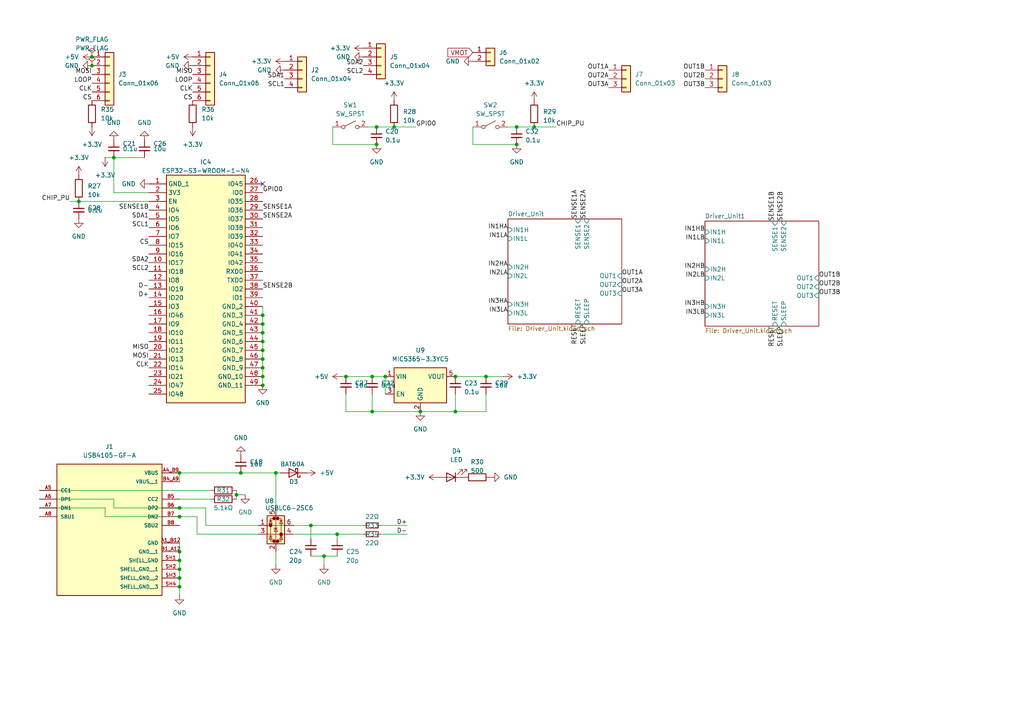
<source format=kicad_sch>
(kicad_sch (version 20250114) (generator "eeschema") (generator_version "9.0")
  (paper "A4")
  (lib_symbols
    (symbol "+3.3V_1" (power) (pin_numbers (hide yes)) (pin_names (offset 0) (hide yes))
      (property "Value" "+3.3V" (at 0 3.556 0))
      (symbol "+3.3V_1_0_1"
        (polyline (pts (xy -0.762 1.27) (xy 0 2.54)))
        (polyline (pts (xy 0 2.54) (xy 0.762 1.27)))
        (polyline (pts (xy 0 0) (xy 0 2.54)))
      )
      (symbol "+3.3V_1_1_1"
        (pin power_in line (at 0 0 90) (length 0) (name "~") (number "1"))
      )
    )
    (symbol "Connector_Generic:Conn_01x02" (pin_names (offset 1.016) (hide yes))
      (property "Reference" "J" (at 0 2.54 0))
      (property "Value" "Conn_01x02" (at 0 -5.08 0))
      (symbol "Conn_01x02_1_1"
        (rectangle (start -1.27 1.27) (end 1.27 -3.81) (stroke (width 0.254)) (fill (type background)))
        (rectangle (start -1.27 0.127) (end 0 -0.127) (stroke (width 0.1524)))
        (rectangle (start -1.27 -2.413) (end 0 -2.667) (stroke (width 0.1524)))
        (pin passive line (at -5.08 0 0) (length 3.81) (name "Pin_1") (number "1"))
        (pin passive line (at -5.08 -2.54 0) (length 3.81) (name "Pin_2") (number "2"))
      )
    )
    (symbol "Connector_Generic:Conn_01x03" (pin_names (offset 1.016) (hide yes))
      (property "Reference" "J" (at 0 5.08 0))
      (property "Value" "Conn_01x03" (at 0 -5.08 0))
      (symbol "Conn_01x03_1_1"
        (rectangle (start -1.27 3.81) (end 1.27 -3.81) (stroke (width 0.254)) (fill (type background)))
        (rectangle (start -1.27 2.667) (end 0 2.413) (stroke (width 0.1524)))
        (rectangle (start -1.27 0.127) (end 0 -0.127) (stroke (width 0.1524)))
        (rectangle (start -1.27 -2.413) (end 0 -2.667) (stroke (width 0.1524)))
        (pin passive line (at -5.08 2.54 0) (length 3.81) (name "Pin_1") (number "1"))
        (pin passive line (at -5.08 0 0) (length 3.81) (name "Pin_2") (number "2"))
        (pin passive line (at -5.08 -2.54 0) (length 3.81) (name "Pin_3") (number "3"))
      )
    )
    (symbol "Connector_Generic:Conn_01x04" (pin_names (offset 1.016) (hide yes))
      (property "Reference" "J" (at 0 5.08 0))
      (property "Value" "Conn_01x04" (at 0 -7.62 0))
      (symbol "Conn_01x04_1_1"
        (rectangle (start -1.27 3.81) (end 1.27 -6.35) (stroke (width 0.254)) (fill (type background)))
        (rectangle (start -1.27 2.667) (end 0 2.413) (stroke (width 0.1524)))
        (rectangle (start -1.27 0.127) (end 0 -0.127) (stroke (width 0.1524)))
        (rectangle (start -1.27 -2.413) (end 0 -2.667) (stroke (width 0.1524)))
        (rectangle (start -1.27 -4.953) (end 0 -5.207) (stroke (width 0.1524)))
        (pin passive line (at -5.08 2.54 0) (length 3.81) (name "Pin_1") (number "1"))
        (pin passive line (at -5.08 0 0) (length 3.81) (name "Pin_2") (number "2"))
        (pin passive line (at -5.08 -2.54 0) (length 3.81) (name "Pin_3") (number "3"))
        (pin passive line (at -5.08 -5.08 0) (length 3.81) (name "Pin_4") (number "4"))
      )
    )
    (symbol "Connector_Generic:Conn_01x06" (pin_names (offset 1.016) (hide yes))
      (property "Reference" "J" (at 0 7.62 0))
      (property "Value" "Conn_01x06" (at 0 -10.16 0))
      (symbol "Conn_01x06_1_1"
        (rectangle (start -1.27 6.35) (end 1.27 -8.89) (stroke (width 0.254)) (fill (type background)))
        (rectangle (start -1.27 5.207) (end 0 4.953) (stroke (width 0.1524)))
        (rectangle (start -1.27 2.667) (end 0 2.413) (stroke (width 0.1524)))
        (rectangle (start -1.27 0.127) (end 0 -0.127) (stroke (width 0.1524)))
        (rectangle (start -1.27 -2.413) (end 0 -2.667) (stroke (width 0.1524)))
        (rectangle (start -1.27 -4.953) (end 0 -5.207) (stroke (width 0.1524)))
        (rectangle (start -1.27 -7.493) (end 0 -7.747) (stroke (width 0.1524)))
        (pin passive line (at -5.08 5.08 0) (length 3.81) (name "Pin_1") (number "1"))
        (pin passive line (at -5.08 2.54 0) (length 3.81) (name "Pin_2") (number "2"))
        (pin passive line (at -5.08 0 0) (length 3.81) (name "Pin_3") (number "3"))
        (pin passive line (at -5.08 -2.54 0) (length 3.81) (name "Pin_4") (number "4"))
        (pin passive line (at -5.08 -5.08 0) (length 3.81) (name "Pin_5") (number "5"))
        (pin passive line (at -5.08 -7.62 0) (length 3.81) (name "Pin_6") (number "6"))
      )
    )
    (symbol "Device:C_Small" (pin_numbers (hide yes)) (pin_names (offset 0.254) (hide yes))
      (property "Reference" "C" (at 0.254 1.778 0))
      (property "Value" "C_Small" (at 0.254 -2.032 0))
      (symbol "C_Small_0_1"
        (polyline (pts (xy -1.524 0.508) (xy 1.524 0.508)) (stroke (width 0.3048)))
        (polyline (pts (xy -1.524 -0.508) (xy 1.524 -0.508)) (stroke (width 0.3302)))
      )
      (symbol "C_Small_1_1"
        (pin passive line (at 0 2.54 270) (length 2.032) (name "~") (number "1"))
        (pin passive line (at 0 -2.54 90) (length 2.032) (name "~") (number "2"))
      )
    )
    (symbol "Device:LED" (pin_numbers (hide yes)) (pin_names (offset 1.016) (hide yes))
      (property "Reference" "D" (at 0 2.54 0))
      (property "Value" "LED" (at 0 -2.54 0))
      (symbol "LED_0_1"
        (polyline (pts (xy -3.048 -0.762) (xy -4.572 -2.286) (xy -3.81 -2.286) (xy -4.572 -2.286) (xy -4.572 -1.524)))
        (polyline (pts (xy -1.778 -0.762) (xy -3.302 -2.286) (xy -2.54 -2.286) (xy -3.302 -2.286) (xy -3.302 -1.524)))
        (polyline (pts (xy -1.27 0) (xy 1.27 0)))
        (polyline (pts (xy -1.27 -1.27) (xy -1.27 1.27)) (stroke (width 0.254)))
        (polyline (pts (xy 1.27 -1.27) (xy 1.27 1.27) (xy -1.27 0) (xy 1.27 -1.27)) (stroke (width 0.254)))
      )
      (symbol "LED_1_1"
        (pin passive line (at -3.81 0 0) (length 2.54) (name "K") (number "1"))
        (pin passive line (at 3.81 0 180) (length 2.54) (name "A") (number "2"))
      )
    )
    (symbol "Device:R" (pin_numbers (hide yes)) (pin_names (offset 0))
      (property "Reference" "R" (at 2.032 0 90))
      (property "Value" "R" (at 0 0 90))
      (symbol "R_0_1"
        (rectangle (start -1.016 -2.54) (end 1.016 2.54) (stroke (width 0.254)))
      )
      (symbol "R_1_1"
        (pin passive line (at 0 3.81 270) (length 1.27) (name "~") (number "1"))
        (pin passive line (at 0 -3.81 90) (length 1.27) (name "~") (number "2"))
      )
    )
    (symbol "Device:R_Small" (pin_numbers (hide yes)) (pin_names (offset 0.254) (hide yes))
      (property "Reference" "R" (at 0 0 90))
      (property "Value" "R_Small" (at 1.778 0 90))
      (symbol "R_Small_0_1"
        (rectangle (start -0.762 1.778) (end 0.762 -1.778) (stroke (width 0.2032)))
      )
      (symbol "R_Small_1_1"
        (pin passive line (at 0 2.54 270) (length 0.762) (name "~") (number "1"))
        (pin passive line (at 0 -2.54 90) (length 0.762) (name "~") (number "2"))
      )
    )
    (symbol "Diode:BAT60A" (pin_numbers (hide yes)) (pin_names (offset 1.016) (hide yes))
      (property "Reference" "D" (at 0 2.54 0))
      (property "Value" "BAT60A" (at 0 -2.54 0))
      (symbol "BAT60A_0_1"
        (polyline (pts (xy -1.905 0.635) (xy -1.905 1.27) (xy -1.27 1.27) (xy -1.27 -1.27) (xy -0.635 -1.27) (xy -0.635 -0.635)) (stroke (width 0.254)))
        (polyline (pts (xy 1.27 1.27) (xy 1.27 -1.27) (xy -1.27 0) (xy 1.27 1.27)) (stroke (width 0.254)))
        (polyline (pts (xy 1.27 0) (xy -1.27 0)))
      )
      (symbol "BAT60A_1_1"
        (pin passive line (at -3.81 0 0) (length 2.54) (name "K") (number "1"))
        (pin passive line (at 3.81 0 180) (length 2.54) (name "A") (number "2"))
      )
    )
    (symbol "ESP32-S3-WROOM-1-N4:ESP32-S3-WROOM-1-N4"
      (property "Reference" "IC" (at 29.21 7.62 0))
      (property "Value" "ESP32-S3-WROOM-1-N4" (at 29.21 5.08 0))
      (symbol "ESP32-S3-WROOM-1-N4_1_1"
        (rectangle (start 5.08 2.54) (end 27.94 -63.5) (stroke (width 0.254)) (fill (type background)))
        (pin passive line (at 0 0 0) (length 5.08) (name "GND_1") (number "1"))
        (pin passive line (at 0 -2.54 0) (length 5.08) (name "3V3") (number "2"))
        (pin passive line (at 0 -5.08 0) (length 5.08) (name "EN") (number "3"))
        (pin passive line (at 0 -7.62 0) (length 5.08) (name "IO4") (number "4"))
        (pin passive line (at 0 -10.16 0) (length 5.08) (name "IO5") (number "5"))
        (pin passive line (at 0 -12.7 0) (length 5.08) (name "IO6") (number "6"))
        (pin passive line (at 0 -15.24 0) (length 5.08) (name "IO7") (number "7"))
        (pin passive line (at 0 -17.78 0) (length 5.08) (name "IO15") (number "8"))
        (pin passive line (at 0 -20.32 0) (length 5.08) (name "IO16") (number "9"))
        (pin passive line (at 0 -22.86 0) (length 5.08) (name "IO17") (number "10"))
        (pin passive line (at 0 -25.4 0) (length 5.08) (name "IO18") (number "11"))
        (pin passive line (at 0 -27.94 0) (length 5.08) (name "IO8") (number "12"))
        (pin passive line (at 0 -30.48 0) (length 5.08) (name "IO19") (number "13"))
        (pin passive line (at 0 -33.02 0) (length 5.08) (name "IO20") (number "14"))
        (pin passive line (at 0 -35.56 0) (length 5.08) (name "IO3") (number "15"))
        (pin passive line (at 0 -38.1 0) (length 5.08) (name "IO46") (number "16"))
        (pin passive line (at 0 -40.64 0) (length 5.08) (name "IO9") (number "17"))
        (pin passive line (at 0 -43.18 0) (length 5.08) (name "IO10") (number "18"))
        (pin passive line (at 0 -45.72 0) (length 5.08) (name "IO11") (number "19"))
        (pin passive line (at 0 -48.26 0) (length 5.08) (name "IO12") (number "20"))
        (pin passive line (at 0 -50.8 0) (length 5.08) (name "IO13") (number "21"))
        (pin passive line (at 0 -53.34 0) (length 5.08) (name "IO14") (number "22"))
        (pin passive line (at 0 -55.88 0) (length 5.08) (name "IO21") (number "23"))
        (pin passive line (at 0 -58.42 0) (length 5.08) (name "IO47") (number "24"))
        (pin passive line (at 0 -60.96 0) (length 5.08) (name "IO48") (number "25"))
        (pin passive line (at 33.02 0 180) (length 5.08) (name "IO45") (number "26"))
        (pin passive line (at 33.02 -2.54 180) (length 5.08) (name "IO0") (number "27"))
        (pin passive line (at 33.02 -5.08 180) (length 5.08) (name "IO35") (number "28"))
        (pin passive line (at 33.02 -7.62 180) (length 5.08) (name "IO36") (number "29"))
        (pin passive line (at 33.02 -10.16 180) (length 5.08) (name "IO37") (number "30"))
        (pin passive line (at 33.02 -12.7 180) (length 5.08) (name "IO38") (number "31"))
        (pin passive line (at 33.02 -15.24 180) (length 5.08) (name "IO39") (number "32"))
        (pin passive line (at 33.02 -17.78 180) (length 5.08) (name "IO40") (number "33"))
        (pin passive line (at 33.02 -20.32 180) (length 5.08) (name "IO41") (number "34"))
        (pin passive line (at 33.02 -22.86 180) (length 5.08) (name "IO42") (number "35"))
        (pin passive line (at 33.02 -25.4 180) (length 5.08) (name "RXD0") (number "36"))
        (pin passive line (at 33.02 -27.94 180) (length 5.08) (name "TXD0") (number "37"))
        (pin passive line (at 33.02 -30.48 180) (length 5.08) (name "IO2") (number "38"))
        (pin passive line (at 33.02 -33.02 180) (length 5.08) (name "IO1") (number "39"))
        (pin passive line (at 33.02 -35.56 180) (length 5.08) (name "GND_2") (number "40"))
        (pin passive line (at 33.02 -38.1 180) (length 5.08) (name "GND_3") (number "41"))
        (pin passive line (at 33.02 -40.64 180) (length 5.08) (name "GND_4") (number "42"))
        (pin passive line (at 33.02 -43.18 180) (length 5.08) (name "GND_5") (number "43"))
        (pin passive line (at 33.02 -45.72 180) (length 5.08) (name "GND_6") (number "44"))
        (pin passive line (at 33.02 -48.26 180) (length 5.08) (name "GND_7") (number "45"))
        (pin passive line (at 33.02 -50.8 180) (length 5.08) (name "GND_8") (number "46"))
        (pin passive line (at 33.02 -53.34 180) (length 5.08) (name "GND_9") (number "47"))
        (pin passive line (at 33.02 -55.88 180) (length 5.08) (name "GND_10") (number "48"))
        (pin passive line (at 33.02 -58.42 180) (length 5.08) (name "GND_11") (number "49"))
      )
    )
    (symbol "GND_1" (power) (pin_numbers (hide yes)) (pin_names (offset 0) (hide yes))
      (property "Value" "GND" (at 0 -3.81 0))
      (symbol "GND_1_0_1"
        (polyline (pts (xy 0 0) (xy 0 -1.27) (xy 1.27 -1.27) (xy 0 -2.54) (xy -1.27 -1.27) (xy 0 -1.27)))
      )
      (symbol "GND_1_1_1"
        (pin power_in line (at 0 0 270) (length 0) (name "~") (number "1"))
      )
    )
    (symbol "GND_2" (power) (pin_numbers (hide yes)) (pin_names (offset 0) (hide yes))
      (property "Value" "GND" (at 0 -3.81 0))
      (symbol "GND_2_0_1"
        (polyline (pts (xy 0 0) (xy 0 -1.27) (xy 1.27 -1.27) (xy 0 -2.54) (xy -1.27 -1.27) (xy 0 -1.27)))
      )
      (symbol "GND_2_1_1"
        (pin power_in line (at 0 0 270) (length 0) (name "~") (number "1"))
      )
    )
    (symbol "GND_3" (power) (pin_numbers (hide yes)) (pin_names (offset 0) (hide yes))
      (property "Value" "GND" (at 0 -3.81 0))
      (symbol "GND_3_0_1"
        (polyline (pts (xy 0 0) (xy 0 -1.27) (xy 1.27 -1.27) (xy 0 -2.54) (xy -1.27 -1.27) (xy 0 -1.27)))
      )
      (symbol "GND_3_1_1"
        (pin power_in line (at 0 0 270) (length 0) (name "~") (number "1"))
      )
    )
    (symbol "GND_4" (power) (pin_numbers (hide yes)) (pin_names (offset 0) (hide yes))
      (property "Value" "GND" (at 0 -3.81 0))
      (symbol "GND_4_0_1"
        (polyline (pts (xy 0 0) (xy 0 -1.27) (xy 1.27 -1.27) (xy 0 -2.54) (xy -1.27 -1.27) (xy 0 -1.27)))
      )
      (symbol "GND_4_1_1"
        (pin power_in line (at 0 0 270) (length 0) (name "~") (number "1"))
      )
    )
    (symbol "MIC5365-3.3YC5_1"
      (property "Reference" "U" (at -6.35 6.35 0))
      (property "Value" "MIC5365-3.3YC5" (at 0 6.35 0))
      (symbol "MIC5365-3.3YC5_1_0_1"
        (rectangle (start -7.62 -5.08) (end 7.62 5.08) (stroke (width 0.254)) (fill (type background)))
      )
      (symbol "MIC5365-3.3YC5_1_1_1"
        (pin power_in line (at -10.16 2.54 0) (length 2.54) (name "VIN") (number "1"))
        (pin input line (at -10.16 -2.54 0) (length 2.54) (name "EN") (number "3"))
        (pin power_in line (at 0 -7.62 90) (length 2.54) (name "GND") (number "2"))
        (pin no_connect line (at 7.62 -2.54 180) (length 2.54) (hide yes) (name "NC") (number "4"))
        (pin power_out line (at 10.16 2.54 180) (length 2.54) (name "VOUT") (number "5"))
      )
    )
    (symbol "Power_Protection:USBLC6-2SC6" (pin_names (hide yes))
      (property "Reference" "U" (at 0.635 5.715 0))
      (property "Value" "USBLC6-2SC6" (at 0.635 3.81 0))
      (symbol "USBLC6-2SC6_0_0"
        (circle (center -1.524 0) (radius 0.0001) (stroke (width 0.508)))
        (circle (center -0.508 2.032) (radius 0.0001) (stroke (width 0.508)))
        (circle (center -0.508 -4.572) (radius 0.0001) (stroke (width 0.508)))
        (circle (center 0.508 2.032) (radius 0.0001) (stroke (width 0.508)))
        (circle (center 0.508 -4.572) (radius 0.0001) (stroke (width 0.508)))
        (circle (center 1.524 -2.54) (radius 0.0001) (stroke (width 0.508)))
      )
      (symbol "USBLC6-2SC6_0_1"
        (polyline (pts (xy -2.54 0) (xy 2.54 0)))
        (polyline (pts (xy -2.54 -2.54) (xy 2.54 -2.54)))
        (polyline (pts (xy -2.032 0.508) (xy -1.016 0.508) (xy -1.524 1.524) (xy -2.032 0.508)))
        (polyline (pts (xy -2.032 -3.048) (xy -1.016 -3.048)))
        (polyline (pts (xy -1.016 1.524) (xy -2.032 1.524)))
        (polyline (pts (xy -1.016 -4.064) (xy -2.032 -4.064) (xy -1.524 -3.048) (xy -1.016 -4.064)))
        (polyline (pts (xy -0.508 -1.143) (xy -0.508 -0.762) (xy 0.508 -0.762)))
        (polyline (pts (xy 0 2.54) (xy -0.508 2.032) (xy 0.508 2.032) (xy 0 1.524) (xy 0 -4.064) (xy -0.508 -4.572) (xy 0.508 -4.572) (xy 0 -5.08)))
        (polyline (pts (xy 0.508 -1.778) (xy -0.508 -1.778) (xy 0 -0.762) (xy 0.508 -1.778)))
        (polyline (pts (xy 1.016 1.524) (xy 2.032 1.524)))
        (polyline (pts (xy 1.016 -3.048) (xy 2.032 -3.048)))
        (polyline (pts (xy 2.032 0.508) (xy 1.016 0.508) (xy 1.524 1.524) (xy 2.032 0.508)))
        (polyline (pts (xy 2.032 -4.064) (xy 1.016 -4.064) (xy 1.524 -3.048) (xy 2.032 -4.064)))
      )
      (symbol "USBLC6-2SC6_1_1"
        (rectangle (start -2.54 2.794) (end 2.54 -5.334) (stroke (width 0.254)) (fill (type background)))
        (polyline (pts (xy -0.508 2.032) (xy -1.524 2.032) (xy -1.524 -4.572) (xy -0.508 -4.572)))
        (polyline (pts (xy 0.508 -4.572) (xy 1.524 -4.572) (xy 1.524 2.032) (xy 0.508 2.032)))
        (pin passive line (at -5.08 0 0) (length 2.54) (name "I/O1") (number "1"))
        (pin passive line (at -5.08 -2.54 0) (length 2.54) (name "I/O2") (number "3"))
        (pin passive line (at 0 5.08 270) (length 2.54) (name "VBUS") (number "5"))
        (pin passive line (at 0 -7.62 90) (length 2.54) (name "GND") (number "2"))
        (pin passive line (at 5.08 0 180) (length 2.54) (name "I/O1") (number "6"))
        (pin passive line (at 5.08 -2.54 180) (length 2.54) (name "I/O2") (number "4"))
      )
    )
    (symbol "Switch:SW_SPST" (pin_names (offset 0) (hide yes))
      (property "Reference" "SW" (at 0 3.175 0))
      (property "Value" "SW_SPST" (at 0 -2.54 0))
      (symbol "SW_SPST_0_0"
        (circle (center -2.032 0) (radius 0.508))
        (polyline (pts (xy -1.524 0.254) (xy 1.524 1.778)))
        (circle (center 2.032 0) (radius 0.508))
      )
      (symbol "SW_SPST_1_1"
        (pin passive line (at -5.08 0 0) (length 2.54) (name "A") (number "1"))
        (pin passive line (at 5.08 0 180) (length 2.54) (name "B") (number "2"))
      )
    )
    (symbol "USB4105-GF-A:USB4105-GF-A" (pin_names (offset 1.016))
      (property "Reference" "J" (at -15.24 13.97 0))
      (property "Value" "USB4105-GF-A" (at -15.24 -27.94 0))
      (symbol "USB4105-GF-A_0_0"
        (rectangle (start -15.24 -25.4) (end 15.24 12.7) (stroke (width 0.254)) (fill (type background)))
        (pin bidirectional line (at -20.32 5.08 0) (length 5.08) (name "CC1") (number "A5"))
        (pin bidirectional line (at -20.32 2.54 0) (length 5.08) (name "DP1") (number "A6"))
        (pin bidirectional line (at -20.32 0 0) (length 5.08) (name "DN1") (number "A7"))
        (pin bidirectional line (at -20.32 -2.54 0) (length 5.08) (name "SBU1") (number "A8"))
        (pin power_in line (at 20.32 10.16 180) (length 5.08) (name "VBUS") (number "A4_B9"))
        (pin power_in line (at 20.32 7.62 180) (length 5.08) (name "VBUS__1") (number "B4_A9"))
        (pin bidirectional line (at 20.32 2.54 180) (length 5.08) (name "CC2") (number "B5"))
        (pin bidirectional line (at 20.32 0 180) (length 5.08) (name "DP2") (number "B6"))
        (pin bidirectional line (at 20.32 -2.54 180) (length 5.08) (name "DN2") (number "B7"))
        (pin bidirectional line (at 20.32 -5.08 180) (length 5.08) (name "SBU2") (number "B8"))
        (pin power_in line (at 20.32 -10.16 180) (length 5.08) (name "GND") (number "A1_B12"))
        (pin power_in line (at 20.32 -12.7 180) (length 5.08) (name "GND__1") (number "B1_A12"))
        (pin power_in line (at 20.32 -15.24 180) (length 5.08) (name "SHELL_GND") (number "SH1"))
        (pin power_in line (at 20.32 -17.78 180) (length 5.08) (name "SHELL_GND__1") (number "SH2"))
        (pin power_in line (at 20.32 -20.32 180) (length 5.08) (name "SHELL_GND__2") (number "SH3"))
        (pin power_in line (at 20.32 -22.86 180) (length 5.08) (name "SHELL_GND__3") (number "SH4"))
      )
    )
    (symbol "power:+3.3V" (power) (pin_numbers (hide yes)) (pin_names (offset 0) (hide yes))
      (property "Value" "+3.3V" (at 0 3.556 0))
      (symbol "+3.3V_0_1"
        (polyline (pts (xy -0.762 1.27) (xy 0 2.54)))
        (polyline (pts (xy 0 2.54) (xy 0.762 1.27)))
        (polyline (pts (xy 0 0) (xy 0 2.54)))
      )
      (symbol "+3.3V_1_1"
        (pin power_in line (at 0 0 90) (length 0) (name "~") (number "1"))
      )
    )
    (symbol "power:+5V" (power) (pin_numbers (hide yes)) (pin_names (offset 0) (hide yes))
      (property "Value" "+5V" (at 0 3.556 0))
      (symbol "+5V_0_1"
        (polyline (pts (xy -0.762 1.27) (xy 0 2.54)))
        (polyline (pts (xy 0 2.54) (xy 0.762 1.27)))
        (polyline (pts (xy 0 0) (xy 0 2.54)))
      )
      (symbol "+5V_1_1"
        (pin power_in line (at 0 0 90) (length 0) (name "~") (number "1"))
      )
    )
    (symbol "power:GND" (power) (pin_numbers (hide yes)) (pin_names (offset 0) (hide yes))
      (property "Value" "GND" (at 0 -3.81 0))
      (symbol "GND_0_1"
        (polyline (pts (xy 0 0) (xy 0 -1.27) (xy 1.27 -1.27) (xy 0 -2.54) (xy -1.27 -1.27) (xy 0 -1.27)))
      )
      (symbol "GND_1_1"
        (pin power_in line (at 0 0 270) (length 0) (name "~") (number "1"))
      )
    )
    (symbol "power:PWR_FLAG" (power) (pin_numbers (hide yes)) (pin_names (offset 0) (hide yes))
      (property "Value" "PWR_FLAG" (at 0 3.81 0))
      (symbol "PWR_FLAG_0_0"
        (pin power_out line (at 0 0 90) (length 0) (name "~") (number "1"))
      )
      (symbol "PWR_FLAG_0_1"
        (polyline (pts (xy 0 0) (xy 0 1.27) (xy -1.016 1.905) (xy 0 2.54) (xy 1.016 1.905) (xy 0 1.27)))
      )
    )
  )
  (junction (at 107.95 109.22))
  (junction (at 132.08 109.22))
  (junction (at 114.3 36.83))
  (junction (at 52.07 167.64))
  (junction (at 22.86 58.42))
  (junction (at 80.01 137.16))
  (junction (at 97.79 154.94))
  (junction (at 69.85 137.16))
  (junction (at 68.58 143.51))
  (junction (at 52.07 170.18))
  (junction (at 26.67 19.05))
  (junction (at 90.17 152.4))
  (junction (at 33.02 45.72))
  (junction (at 76.2 101.6))
  (junction (at 52.07 137.16))
  (junction (at 140.97 109.22))
  (junction (at 109.22 41.91))
  (junction (at 76.2 106.68))
  (junction (at 76.2 99.06))
  (junction (at 76.2 93.98))
  (junction (at 76.2 109.22))
  (junction (at 107.95 119.38))
  (junction (at 52.07 147.32))
  (junction (at 111.76 109.22))
  (junction (at 52.07 160.02))
  (junction (at 76.2 91.44))
  (junction (at 52.07 165.1))
  (junction (at 93.98 161.29))
  (junction (at 52.07 162.56))
  (junction (at 26.67 16.51))
  (junction (at 121.92 119.38))
  (junction (at 132.08 119.38))
  (junction (at 109.22 36.83))
  (junction (at 52.07 149.86))
  (junction (at 149.86 36.83))
  (junction (at 100.33 109.22))
  (junction (at 76.2 104.14))
  (junction (at 154.94 36.83))
  (junction (at 149.86 41.91))
  (junction (at 76.2 96.52))
  (junction (at 76.2 111.76))
  (no_connect (at 76.2 53.34))
  (wire (pts (xy 11.43 142.24) (xy 60.96 142.24)))
  (wire (pts (xy 106.68 36.83) (xy 109.22 36.83)))
  (wire (pts (xy 76.2 109.22) (xy 76.2 111.76)))
  (wire (pts (xy 76.2 96.52) (xy 76.2 99.06)))
  (wire (pts (xy 96.52 41.91) (xy 109.22 41.91)))
  (wire (pts (xy 33.02 144.78) (xy 33.02 147.32)))
  (wire (pts (xy 76.2 104.14) (xy 76.2 106.68)))
  (wire (pts (xy 69.85 137.16) (xy 80.01 137.16)))
  (wire (pts (xy 107.95 114.3) (xy 107.95 119.38)))
  (wire (pts (xy 97.79 154.94) (xy 105.41 154.94)))
  (wire (pts (xy 68.58 143.51) (xy 71.12 143.51)))
  (wire (pts (xy 52.07 137.16) (xy 69.85 137.16)))
  (wire (pts (xy 22.86 58.42) (xy 43.18 58.42)))
  (wire (pts (xy 85.09 152.4) (xy 90.17 152.4)))
  (wire (pts (xy 11.43 147.32) (xy 30.48 147.32)))
  (wire (pts (xy 90.17 152.4) (xy 105.41 152.4)))
  (wire (pts (xy 137.16 36.83) (xy 137.16 41.91)))
  (wire (pts (xy 76.2 99.06) (xy 76.2 101.6)))
  (wire (pts (xy 59.69 152.4) (xy 74.93 152.4)))
  (wire (pts (xy 80.01 137.16) (xy 80.01 147.32)))
  (wire (pts (xy 90.17 152.4) (xy 90.17 156.21)))
  (wire (pts (xy 132.08 109.22) (xy 140.97 109.22)))
  (wire (pts (xy 100.33 114.3) (xy 100.33 119.38)))
  (wire (pts (xy 100.33 119.38) (xy 107.95 119.38)))
  (wire (pts (xy 80.01 163.83) (xy 80.01 160.02)))
  (wire (pts (xy 140.97 109.22) (xy 146.05 109.22)))
  (wire (pts (xy 52.07 147.32) (xy 59.69 147.32)))
  (wire (pts (xy 76.2 101.6) (xy 76.2 104.14)))
  (wire (pts (xy 59.69 152.4) (xy 59.69 147.32)))
  (wire (pts (xy 149.86 36.83) (xy 154.94 36.83)))
  (wire (pts (xy 52.07 144.78) (xy 60.96 144.78)))
  (wire (pts (xy 68.58 143.51) (xy 68.58 144.78)))
  (wire (pts (xy 107.95 119.38) (xy 121.92 119.38)))
  (wire (pts (xy 97.79 154.94) (xy 97.79 156.21)))
  (wire (pts (xy 52.07 167.64) (xy 52.07 170.18)))
  (wire (pts (xy 20.32 58.42) (xy 22.86 58.42)))
  (wire (pts (xy 52.07 170.18) (xy 52.07 172.72)))
  (wire (pts (xy 80.01 137.16) (xy 81.28 137.16)))
  (wire (pts (xy 52.07 149.86) (xy 57.15 149.86)))
  (wire (pts (xy 137.16 41.91) (xy 149.86 41.91)))
  (wire (pts (xy 100.33 109.22) (xy 107.95 109.22)))
  (wire (pts (xy 52.07 165.1) (xy 52.07 167.64)))
  (wire (pts (xy 52.07 157.48) (xy 52.07 160.02)))
  (wire (pts (xy 30.48 45.72) (xy 33.02 45.72)))
  (wire (pts (xy 33.02 147.32) (xy 52.07 147.32)))
  (wire (pts (xy 30.48 149.86) (xy 52.07 149.86)))
  (wire (pts (xy 68.58 142.24) (xy 68.58 143.51)))
  (wire (pts (xy 33.02 55.88) (xy 43.18 55.88)))
  (wire (pts (xy 33.02 45.72) (xy 41.91 45.72)))
  (wire (pts (xy 57.15 154.94) (xy 74.93 154.94)))
  (wire (pts (xy 30.48 147.32) (xy 30.48 149.86)))
  (wire (pts (xy 11.43 144.78) (xy 33.02 144.78)))
  (wire (pts (xy 76.2 88.9) (xy 76.2 91.44)))
  (wire (pts (xy 76.2 93.98) (xy 76.2 96.52)))
  (wire (pts (xy 121.92 119.38) (xy 132.08 119.38)))
  (wire (pts (xy 57.15 154.94) (xy 57.15 149.86)))
  (wire (pts (xy 52.07 162.56) (xy 52.07 165.1)))
  (wire (pts (xy 85.09 154.94) (xy 97.79 154.94)))
  (wire (pts (xy 109.22 36.83) (xy 114.3 36.83)))
  (wire (pts (xy 99.06 109.22) (xy 100.33 109.22)))
  (wire (pts (xy 90.17 161.29) (xy 93.98 161.29)))
  (wire (pts (xy 52.07 160.02) (xy 52.07 162.56)))
  (wire (pts (xy 132.08 114.3) (xy 132.08 119.38)))
  (wire (pts (xy 110.49 154.94) (xy 118.11 154.94)))
  (wire (pts (xy 140.97 114.3) (xy 140.97 119.38)))
  (wire (pts (xy 110.49 152.4) (xy 118.11 152.4)))
  (wire (pts (xy 76.2 91.44) (xy 76.2 93.98)))
  (wire (pts (xy 107.95 109.22) (xy 111.76 109.22)))
  (wire (pts (xy 93.98 161.29) (xy 97.79 161.29)))
  (wire (pts (xy 93.98 161.29) (xy 93.98 163.83)))
  (wire (pts (xy 147.32 36.83) (xy 149.86 36.83)))
  (wire (pts (xy 132.08 119.38) (xy 140.97 119.38)))
  (wire (pts (xy 114.3 36.83) (xy 120.65 36.83)))
  (wire (pts (xy 33.02 45.72) (xy 33.02 55.88)))
  (wire (pts (xy 154.94 36.83) (xy 161.29 36.83)))
  (wire (pts (xy 52.07 137.16) (xy 52.07 139.7)))
  (wire (pts (xy 96.52 36.83) (xy 96.52 41.91)))
  (wire (pts (xy 111.76 109.22) (xy 111.76 114.3)))
  (wire (pts (xy 76.2 106.68) (xy 76.2 109.22)))
  (label "CS" (at 43.18 71.12 180))
  (label "CHIP_PU" (at 20.32 58.42 180))
  (label "CLK" (at 55.88 26.67 180))
  (label "SDA1" (at 43.18 63.5 180))
  (label "D+" (at 118.11 152.4 180))
  (label "IN1HB" (at 204.47 67.31 180))
  (label "D-" (at 43.18 83.82 180))
  (label "CS" (at 26.67 29.21 180))
  (label "OUT1B" (at 204.47 20.32 180))
  (label "SENSE1A" (at 76.2 60.96 0))
  (label "OUT2A" (at 176.53 22.86 180))
  (label "SCL1" (at 43.18 66.04 180))
  (label "IN3HB" (at 204.47 88.9 180))
  (label "SENSE1B" (at 43.18 60.96 180))
  (label "SDA2" (at 105.41 19.05 180))
  (label "CLK" (at 43.18 106.68 180))
  (label "IN2LB" (at 204.47 80.645 180))
  (label "IN1LB" (at 204.47 69.85 180))
  (label "SCL1" (at 82.55 25.4 180))
  (label "IN1HA" (at 147.32 66.675 180))
  (label "D+" (at 43.18 86.36 180))
  (label "GPIO0" (at 120.65 36.83 0))
  (label "IN3HA" (at 147.32 88.265 180))
  (label "IN2HA" (at 147.32 77.47 180))
  (label "OUT3B" (at 237.49 85.725 0))
  (label "IN1LA" (at 147.32 69.215 180))
  (label "SDA2" (at 43.18 76.2 180))
  (label "OUT1B" (at 237.49 80.645 0))
  (label "D-" (at 118.11 154.94 180))
  (label "MISO" (at 55.88 21.59 180))
  (label "SENSE2A" (at 76.2 63.5 0))
  (label "SENSE1A" (at 167.64 63.5 90))
  (label "OUT3A" (at 176.53 25.4 180))
  (label "SDA1" (at 82.55 22.86 180))
  (label "SCL2" (at 43.18 78.74 180))
  (label "RESET" (at 224.79 94.615 270))
  (label "MOSI" (at 26.67 21.59 180))
  (label "OUT2B" (at 204.47 22.86 180))
  (label "SENSE2A" (at 170.18 63.5 90))
  (label "MOSI" (at 43.18 104.14 180))
  (label "SENSE2B" (at 76.2 83.82 0))
  (label "OUT2B" (at 237.49 83.185 0))
  (label "OUT2A" (at 180.34 82.55 0))
  (label "OUT3A" (at 180.34 85.09 0))
  (label "SLEEP" (at 227.33 94.615 270))
  (label "SENSE2B" (at 227.33 64.135 90))
  (label "SLEEP" (at 170.18 93.98 270))
  (label "OUT1A" (at 180.34 80.01 0))
  (label "LOOP" (at 26.67 24.13 180))
  (label "OUT1A" (at 176.53 20.32 180))
  (label "SCL2" (at 105.41 21.59 180))
  (label "CS" (at 55.88 29.21 180))
  (label "SENSE1B" (at 224.79 64.135 90))
  (label "MISO" (at 43.18 101.6 180))
  (label "IN2HB" (at 204.47 78.105 180))
  (label "IN3LB" (at 204.47 91.44 180))
  (label "OUT3B" (at 204.47 25.4 180))
  (label "CHIP_PU" (at 161.29 36.83 0))
  (label "IN2LA" (at 147.32 80.01 180))
  (label "LOOP" (at 55.88 24.13 180))
  (label "RESET" (at 167.64 93.98 270))
  (label "CLK" (at 26.67 26.67 180))
  (label "GPIO0" (at 76.2 55.88 0))
  (label "IN3LA" (at 147.32 90.805 180))
  (global_label "VMOT" (shape input) (at 137.16 15.24 180) (property "Intersheetrefs" "${INTERSHEET_REFS}" (effects (hide yes))))
  (symbol (lib_id "Device:R") (at 138.43 138.43 90) (unit 1)
    (property "Reference" "R30" (at 138.43 133.985 90))
    (property "Value" "500" (at 138.43 136.525 90))
    (property "Footprint" "Resistor_SMD:R_0402_1005Metric" (effects (hide yes)))
  )
  (symbol (lib_id "power:+3.3V") (at 82.55 17.78 90) (unit 1)
    (property "Reference" "#PWR099" (effects (hide yes)))
    (property "Value" "+3.3V" (at 78.74 17.7799 90) (effects (justify left)))
    (property "Description" "Power symbol creates a global label with name \"+3.3V\"" (effects (hide yes)))
  )
  (symbol (lib_id "Connector_Generic:Conn_01x06") (at 31.75 21.59 0) (unit 1)
    (property "Reference" "J3" (at 34.29 21.5899 0) (effects (justify left)))
    (property "Value" "Conn_01x06" (at 34.29 24.1299 0) (effects (justify left)))
    (property "Footprint" "Connector_PinSocket_2.54mm:PinSocket_1x06_P2.54mm_Horizontal" (effects (hide yes)))
    (property "Description" "Generic connector, single row, 01x06, script generated (kicad-library-utils/schlib/autogen/connector/)" (effects (hide yes)))
  )
  (symbol (lib_id "power:+5V") (at 55.88 16.51 90) (unit 1)
    (property "Reference" "#PWR097" (effects (hide yes)))
    (property "Value" "+5V" (at 52.07 16.5099 90) (effects (justify left)))
    (property "Description" "Power symbol creates a global label with name \"+5V\"" (effects (hide yes)))
  )
  (symbol (lib_id "Device:R") (at 26.67 33.02 0) (unit 1)
    (property "Reference" "R35" (at 29.21 31.7499 0) (effects (justify left)))
    (property "Value" "10k" (at 29.21 34.2899 0) (effects (justify left)))
    (property "Footprint" "Resistor_SMD:R_0402_1005Metric" (effects (hide yes)))
    (property "Description" "Resistor" (effects (hide yes)))
  )
  (symbol (lib_id "Device:C_Small") (at 41.91 43.18 0) (unit 1)
    (property "Reference" "C26" (at 44.45 41.656 0) (effects (justify left)))
    (property "Value" "10u" (at 44.45 43.18 0) (effects (justify left)))
    (property "Footprint" "Capacitor_SMD:C_0402_1005Metric" (effects (hide yes)))
  )
  (symbol (lib_id "Device:C_Small") (at 69.85 134.62 0) (unit 1)
    (property "Reference" "C18" (at 72.39 133.9913 0) (effects (justify left)))
    (property "Value" "10u" (at 72.39 134.62 0) (effects (justify left)))
    (property "Footprint" "Capacitor_SMD:C_0402_1005Metric" (effects (hide yes)))
  )
  (symbol (lib_id "Connector_Generic:Conn_01x03") (at 181.61 22.86 0) (unit 1)
    (property "Reference" "J7" (at 184.15 21.5899 0) (effects (justify left)))
    (property "Value" "Conn_01x03" (at 184.15 24.1299 0) (effects (justify left)))
    (property "Footprint" "Connector_PinHeader_2.54mm:PinHeader_1x03_P2.54mm_Vertical" (effects (hide yes)))
    (property "Description" "Generic connector, single row, 01x03, script generated (kicad-library-utils/schlib/autogen/connector/)" (effects (hide yes)))
  )
  (symbol (lib_name "GND_2") (lib_id "power:GND") (at 71.12 143.51 0) (unit 1)
    (property "Reference" "#PWR084" (effects (hide yes)))
    (property "Value" "GND" (at 71.12 148.59 0))
    (property "Description" "Power symbol creates a global label with name \"GND\" , ground" (effects (hide yes)))
  )
  (symbol (lib_id "Device:R") (at 114.3 33.02 0) (unit 1)
    (property "Reference" "R28" (at 116.84 32.385 0) (effects (justify left)))
    (property "Value" "10k" (at 116.84 34.925 0) (effects (justify left)))
    (property "Footprint" "Resistor_SMD:R_0402_1005Metric" (effects (hide yes)))
  )
  (symbol (lib_id "power:GND") (at 105.41 16.51 270) (unit 1)
    (property "Reference" "#PWR0102" (effects (hide yes)))
    (property "Value" "GND" (at 101.6 16.5099 90) (effects (justify right)))
    (property "Description" "Power symbol creates a global label with name \"GND\" , ground" (effects (hide yes)))
  )
  (symbol (lib_id "power:+3.3V") (at 26.67 36.83 180) (unit 1)
    (property "Reference" "#PWR0103" (effects (hide yes)))
    (property "Value" "+3.3V" (at 26.67 41.91 0))
    (property "Description" "Power symbol creates a global label with name \"+3.3V\"" (effects (hide yes)))
  )
  (symbol (lib_name "GND_1") (lib_id "power:GND") (at 76.2 111.76 0) (unit 1)
    (property "Reference" "#PWR074" (effects (hide yes)))
    (property "Value" "GND" (at 76.2 116.84 0))
    (property "Description" "Power symbol creates a global label with name \"GND\" , ground" (effects (hide yes)))
  )
  (symbol (lib_name "GND_1") (lib_id "power:GND") (at 33.02 40.64 180) (unit 1)
    (property "Reference" "#PWR070" (effects (hide yes)))
    (property "Value" "GND" (at 33.02 35.56 0))
    (property "Description" "Power symbol creates a global label with name \"GND\" , ground" (effects (hide yes)))
  )
  (symbol (lib_id "Device:C_Small") (at 33.02 43.18 0) (unit 1)
    (property "Reference" "C21" (at 35.56 41.656 0) (effects (justify left)))
    (property "Value" "0.1u" (at 35.56 43.18 0) (effects (justify left)))
    (property "Footprint" "Capacitor_SMD:C_0402_1005Metric" (effects (hide yes)))
  )
  (symbol (lib_id "power:PWR_FLAG") (at 26.67 19.05 0) (unit 1)
    (property "Reference" "#FLG02" (effects (hide yes)))
    (property "Value" "PWR_FLAG" (at 26.67 13.97 0))
    (property "Description" "Special symbol for telling ERC where power comes from" (effects (hide yes)))
  )
  (symbol (lib_id "power:+5V") (at 26.67 16.51 90) (unit 1)
    (property "Reference" "#PWR092" (effects (hide yes)))
    (property "Value" "+5V" (at 22.86 16.5099 90) (effects (justify left)))
    (property "Description" "Power symbol creates a global label with name \"+5V\"" (effects (hide yes)))
  )
  (symbol (lib_id "USB4105-GF-A:USB4105-GF-A") (at 31.75 147.32 0) (unit 1)
    (property "Reference" "J1" (at 31.75 129.54 0))
    (property "Value" "USB4105-GF-A" (at 31.75 132.08 0))
    (property "Footprint" "Touchstone:GCT_USB4105-GF-A" (effects (hide yes)))
    (property "PARTREV" "B4" (effects (hide yes)))
    (property "STANDARD" "Manufacturer Recommendations" (effects (hide yes)))
    (property "MAXIMUM_PACKAGE_HEIGHT" "3.31 mm" (effects (hide yes)))
    (property "MANUFACTURER" "GCT" (effects (hide yes)))
  )
  (symbol (lib_id "Device:R") (at 154.94 33.02 0) (unit 1)
    (property "Reference" "R29" (at 157.48 32.385 0) (effects (justify left)))
    (property "Value" "10k" (at 157.48 34.925 0) (effects (justify left)))
    (property "Footprint" "Resistor_SMD:R_0402_1005Metric" (effects (hide yes)))
  )
  (symbol (lib_id "Device:R") (at 64.77 144.78 90) (unit 1)
    (property "Reference" "R32" (at 64.77 144.78 90))
    (property "Value" "5.1kΩ" (at 64.77 147.32 90))
    (property "Footprint" "Resistor_SMD:R_0402_1005Metric" (effects (hide yes)))
    (property "Description" "Resistor" (effects (hide yes)))
    (property "JLCPCB" "C23186" (effects (hide yes)))
    (property "LCSC" "C23186" (effects (hide yes)))
  )
  (symbol (lib_id "power:PWR_FLAG") (at 26.67 16.51 0) (unit 1)
    (property "Reference" "#FLG01" (effects (hide yes)))
    (property "Value" "PWR_FLAG" (at 26.67 11.43 0))
    (property "Description" "Special symbol for telling ERC where power comes from" (effects (hide yes)))
  )
  (symbol (lib_id "Power_Protection:USBLC6-2SC6") (at 80.01 152.4 0) (unit 1)
    (property "Reference" "U8" (at 79.502 145.288 0) (effects (justify right)))
    (property "Value" "USBLC6-2SC6" (at 90.932 147.32 0) (effects (justify right)))
    (property "Footprint" "Package_TO_SOT_SMD:SOT-23-6" (effects (hide yes)))
    (property "Datasheet" "https://www.st.com/resource/en/datasheet/usblc6-2.pdf" (effects (hide yes)))
    (property "Description" "Very low capacitance ESD protection diode, 2 data-line, SOT-23-6" (effects (hide yes)))
    (property "JLCPCB" "C2827654" (effects (hide yes)))
    (property "LCSC" "C2827654" (effects (hide yes)))
  )
  (symbol (lib_name "+3.3V_1") (lib_id "power:+3.3V") (at 127 138.43 90) (unit 1)
    (property "Reference" "#PWR078" (effects (hide yes)))
    (property "Value" "+3.3V" (at 123.19 138.4299 90) (effects (justify left)))
    (property "Description" "Power symbol creates a global label with name \"+3.3V\"" (effects (hide yes)))
  )
  (symbol (lib_id "Device:C_Small") (at 22.86 60.96 0) (unit 1)
    (property "Reference" "C28" (at 25.4 60.3313 0) (effects (justify left)))
    (property "Value" "0.1u" (at 25.4 60.96 0) (effects (justify left)))
    (property "Footprint" "Capacitor_SMD:C_0402_1005Metric" (effects (hide yes)))
  )
  (symbol (lib_id "Connector_Generic:Conn_01x02") (at 142.24 15.24 0) (unit 1)
    (property "Reference" "J6" (at 144.78 15.2399 0) (effects (justify left)))
    (property "Value" "Conn_01x02" (at 144.78 17.7799 0) (effects (justify left)))
    (property "Footprint" "TerminalBlock:TerminalBlock_Altech_AK300-2_P5.00mm" (effects (hide yes)))
    (property "Description" "Generic connector, single row, 01x02, script generated (kicad-library-utils/schlib/autogen/connector/)" (effects (hide yes)))
  )
  (symbol (lib_id "Device:R") (at 22.86 54.61 0) (unit 1)
    (property "Reference" "R27" (at 25.4 53.975 0) (effects (justify left)))
    (property "Value" "10k" (at 25.4 56.515 0) (effects (justify left)))
    (property "Footprint" "Resistor_SMD:R_0402_1005Metric" (effects (hide yes)))
  )
  (symbol (lib_id "Device:R") (at 64.77 142.24 90) (unit 1)
    (property "Reference" "R31" (at 64.77 142.24 90))
    (property "Value" "5.1kΩ" (effects (hide yes)))
    (property "Footprint" "Resistor_SMD:R_0402_1005Metric_Pad0.72x0.64mm_HandSolder" (effects (hide yes)))
    (property "Description" "Resistor" (effects (hide yes)))
    (property "JLCPCB" "C23186" (effects (hide yes)))
    (property "LCSC" "C23186" (effects (hide yes)))
  )
  (symbol (lib_id "power:GND") (at 55.88 19.05 270) (unit 1)
    (property "Reference" "#PWR098" (effects (hide yes)))
    (property "Value" "GND" (at 52.07 19.0499 90) (effects (justify right)))
    (property "Description" "Power symbol creates a global label with name \"GND\" , ground" (effects (hide yes)))
  )
  (symbol (lib_id "Device:LED") (at 130.81 138.43 180) (unit 1)
    (property "Reference" "D4" (at 132.3975 130.81 0))
    (property "Value" "LED" (at 132.3975 133.35 0))
    (property "Footprint" "LED_SMD:LED_0603_1608Metric" (effects (hide yes)))
    (property "Description" "Light emitting diode" (effects (hide yes)))
    (property "Sim.Pins" "1=K 2=A" (effects (hide yes)))
  )
  (symbol (lib_name "GND_2") (lib_id "power:GND") (at 93.98 163.83 0) (unit 1)
    (property "Reference" "#PWR086" (effects (hide yes)))
    (property "Value" "GND" (at 93.98 168.91 0))
    (property "Description" "Power symbol creates a global label with name \"GND\" , ground" (effects (hide yes)))
  )
  (symbol (lib_id "Device:C_Small") (at 90.17 158.75 0) (unit 1)
    (property "Reference" "C24" (at 83.82 160.02 0) (effects (justify left)))
    (property "Value" "20p" (at 83.82 162.56 0) (effects (justify left)))
    (property "Footprint" "Capacitor_SMD:C_0402_1005Metric" (effects (hide yes)))
    (property "Description" "Unpolarized capacitor, small symbol" (effects (hide yes)))
    (property "LCSC" "C1648" (effects (hide yes)))
    (property "JLCPCB" "C1648" (effects (hide yes)))
  )
  (symbol (lib_id "Device:C_Small") (at 149.86 39.37 0) (unit 1)
    (property "Reference" "C32" (at 152.4 38.1062 0) (effects (justify left)))
    (property "Value" "0.1u" (at 152.4 40.6462 0) (effects (justify left)))
    (property "Footprint" "Capacitor_SMD:C_0402_1005Metric" (effects (hide yes)))
    (property "Description" "Unpolarized capacitor, small symbol" (effects (hide yes)))
  )
  (symbol (lib_name "GND_1") (lib_id "power:GND") (at 43.18 53.34 270) (unit 1)
    (property "Reference" "#PWR073" (effects (hide yes)))
    (property "Value" "GND" (at 39.37 53.3399 90) (effects (justify right)))
    (property "Description" "Power symbol creates a global label with name \"GND\" , ground" (effects (hide yes)))
  )
  (symbol (lib_id "power:GND") (at 137.16 17.78 270) (unit 1)
    (property "Reference" "#PWR0105" (effects (hide yes)))
    (property "Value" "GND" (at 133.35 17.7799 90) (effects (justify right)))
    (property "Description" "Power symbol creates a global label with name \"GND\" , ground" (effects (hide yes)))
  )
  (symbol (lib_id "Device:C_Small") (at 97.79 158.75 0) (unit 1)
    (property "Reference" "C25" (at 100.33 160.02 0) (effects (justify left)))
    (property "Value" "20p" (at 100.33 162.56 0) (effects (justify left)))
    (property "Footprint" "Capacitor_SMD:C_0402_1005Metric" (effects (hide yes)))
    (property "Description" "Unpolarized capacitor, small symbol" (effects (hide yes)))
    (property "LCSC" "C1648" (effects (hide yes)))
    (property "JLCPCB" "C1648" (effects (hide yes)))
  )
  (symbol (lib_name "GND_1") (lib_id "power:GND") (at 41.91 40.64 180) (unit 1)
    (property "Reference" "#PWR072" (effects (hide yes)))
    (property "Value" "GND" (at 41.91 35.56 0))
    (property "Description" "Power symbol creates a global label with name \"GND\" , ground" (effects (hide yes)))
  )
  (symbol (lib_name "GND_1") (lib_id "power:GND") (at 142.24 138.43 90) (unit 1)
    (property "Reference" "#PWR087" (effects (hide yes)))
    (property "Value" "GND" (at 146.05 138.4299 90) (effects (justify right)))
    (property "Description" "Power symbol creates a global label with name \"GND\" , ground" (effects (hide yes)))
  )
  (symbol (lib_name "GND_1") (lib_id "power:GND") (at 52.07 172.72 0) (unit 1)
    (property "Reference" "#PWR083" (effects (hide yes)))
    (property "Value" "GND" (at 52.07 177.8 0))
    (property "Description" "Power symbol creates a global label with name \"GND\" , ground" (effects (hide yes)))
  )
  (symbol (lib_id "power:+3.3V") (at 105.41 13.97 90) (unit 1)
    (property "Reference" "#PWR0101" (effects (hide yes)))
    (property "Value" "+3.3V" (at 101.6 13.9699 90) (effects (justify left)))
    (property "Description" "Power symbol creates a global label with name \"+3.3V\"" (effects (hide yes)))
  )
  (symbol (lib_id "Device:C_Small") (at 100.33 111.76 0) (unit 1)
    (property "Reference" "C27" (at 102.87 111.1313 0) (effects (justify left)))
    (property "Value" "10u" (at 102.87 111.76 0) (effects (justify left)))
    (property "Footprint" "Capacitor_SMD:C_0402_1005Metric" (effects (hide yes)))
  )
  (symbol (lib_id "Device:C_Small") (at 109.22 39.37 0) (unit 1)
    (property "Reference" "C20" (at 111.76 38.1062 0) (effects (justify left)))
    (property "Value" "0.1u" (at 111.76 40.6462 0) (effects (justify left)))
    (property "Footprint" "Capacitor_SMD:C_0402_1005Metric" (effects (hide yes)))
    (property "Description" "Unpolarized capacitor, small symbol" (effects (hide yes)))
  )
  (symbol (lib_id "Switch:SW_SPST") (at 101.6 36.83 0) (unit 1)
    (property "Reference" "SW1" (at 101.6 30.48 0))
    (property "Value" "SW_SPST" (at 101.6 33.02 0))
    (property "Footprint" "Button_Switch_THT:SW_PUSH_6mm" (effects (hide yes)))
    (property "Description" "Single Pole Single Throw (SPST) switch" (effects (hide yes)))
  )
  (symbol (lib_id "power:GND") (at 26.67 19.05 270) (unit 1)
    (property "Reference" "#PWR094" (effects (hide yes)))
    (property "Value" "GND" (at 22.86 19.0499 90) (effects (justify right)))
    (property "Description" "Power symbol creates a global label with name \"GND\" , ground" (effects (hide yes)))
  )
  (symbol (lib_name "+3.3V_1") (lib_id "power:+3.3V") (at 114.3 29.21 0) (unit 1)
    (property "Reference" "#PWR090" (effects (hide yes)))
    (property "Value" "+3.3V" (at 114.3 24.13 0))
    (property "Description" "Power symbol creates a global label with name \"+3.3V\"" (effects (hide yes)))
  )
  (symbol (lib_id "Device:R") (at 55.88 33.02 0) (unit 1)
    (property "Reference" "R36" (at 58.42 31.7499 0) (effects (justify left)))
    (property "Value" "10k" (at 58.42 34.2899 0) (effects (justify left)))
    (property "Footprint" "Resistor_SMD:R_0402_1005Metric" (effects (hide yes)))
    (property "Description" "Resistor" (effects (hide yes)))
  )
  (symbol (lib_id "power:+5V") (at 99.06 109.22 90) (unit 1)
    (property "Reference" "#PWR091" (effects (hide yes)))
    (property "Value" "+5V" (at 95.25 109.2199 90) (effects (justify left)))
    (property "Description" "Power symbol creates a global label with name \"+5V\"" (effects (hide yes)))
  )
  (symbol (lib_name "GND_2") (lib_id "power:GND") (at 80.01 163.83 0) (unit 1)
    (property "Reference" "#PWR085" (effects (hide yes)))
    (property "Value" "GND" (at 80.01 168.91 0))
    (property "Description" "Power symbol creates a global label with name \"GND\" , ground" (effects (hide yes)))
  )
  (symbol (lib_name "GND_1") (lib_id "power:GND") (at 22.86 63.5 0) (unit 1)
    (property "Reference" "#PWR076" (effects (hide yes)))
    (property "Value" "GND" (at 22.86 68.58 0))
    (property "Description" "Power symbol creates a global label with name \"GND\" , ground" (effects (hide yes)))
  )
  (symbol (lib_id "Connector_Generic:Conn_01x04") (at 87.63 20.32 0) (unit 1)
    (property "Reference" "J2" (at 90.17 20.3199 0) (effects (justify left)))
    (property "Value" "Conn_01x04" (at 90.17 22.8599 0) (effects (justify left)))
    (property "Footprint" "Connector_PinHeader_2.54mm:PinHeader_1x04_P2.54mm_Vertical" (effects (hide yes)))
    (property "Description" "Generic connector, single row, 01x04, script generated (kicad-library-utils/schlib/autogen/connector/)" (effects (hide yes)))
  )
  (symbol (lib_id "power:GND") (at 82.55 20.32 270) (unit 1)
    (property "Reference" "#PWR0100" (effects (hide yes)))
    (property "Value" "GND" (at 78.74 20.3199 90) (effects (justify right)))
    (property "Description" "Power symbol creates a global label with name \"GND\" , ground" (effects (hide yes)))
  )
  (symbol (lib_name "+3.3V_1") (lib_id "power:+3.3V") (at 154.94 29.21 0) (unit 1)
    (property "Reference" "#PWR088" (effects (hide yes)))
    (property "Value" "+3.3V" (at 154.94 24.13 0))
    (property "Description" "Power symbol creates a global label with name \"+3.3V\"" (effects (hide yes)))
  )
  (symbol (lib_id "Device:R_Small") (at 107.95 152.4 270) (unit 1)
    (property "Reference" "R33" (at 107.95 152.4 90))
    (property "Value" "22Ω" (at 107.95 149.86 90))
    (property "Footprint" "Resistor_SMD:R_0402_1005Metric" (effects (hide yes)))
    (property "Description" "Resistor, small symbol" (effects (hide yes)))
    (property "LCSC" "C23345" (effects (hide yes)))
    (property "JLCPCB" "C23345" (effects (hide yes)))
  )
  (symbol (lib_name "+3.3V_1") (lib_id "power:+3.3V") (at 146.05 109.22 270) (unit 1)
    (property "Reference" "#PWR081" (effects (hide yes)))
    (property "Value" "+3.3V" (at 149.86 109.2199 90) (effects (justify left)))
    (property "Description" "Power symbol creates a global label with name \"+3.3V\"" (effects (hide yes)))
  )
  (symbol (lib_id "Diode:BAT60A") (at 85.09 137.16 180) (unit 1)
    (property "Reference" "D3" (at 83.82 139.7 0) (effects (justify right)))
    (property "Value" "BAT60A" (at 81.28 134.62 0) (effects (justify right)))
    (property "Footprint" "Diode_SMD:D_SOD-323" (effects (hide yes)))
    (property "Datasheet" "https://www.infineon.com/dgdl/Infineon-BAT60ASERIES-DS-v01_01-en.pdf?fileId=db3a304313d846880113def70c9304a9" (effects (hide yes)))
    (property "Description" "10V 3A High Current Recitifier Schottky Diode, SOD-323" (effects (hide yes)))
    (property "JLCPCB" "C124187" (effects (hide yes)))
    (property "LCSC" "C124187" (effects (hide yes)))
  )
  (symbol (lib_name "+3.3V_1") (lib_id "power:+3.3V") (at 30.48 45.72 180) (unit 1)
    (property "Reference" "#PWR075" (effects (hide yes)))
    (property "Value" "+3.3V" (at 30.48 50.8 0))
    (property "Description" "Power symbol creates a global label with name \"+3.3V\"" (effects (hide yes)))
  )
  (symbol (lib_id "Connector_Generic:Conn_01x03") (at 209.55 22.86 0) (unit 1)
    (property "Reference" "J8" (at 212.09 21.5899 0) (effects (justify left)))
    (property "Value" "Conn_01x03" (at 212.09 24.1299 0) (effects (justify left)))
    (property "Footprint" "Connector_PinHeader_2.54mm:PinHeader_1x03_P2.54mm_Vertical" (effects (hide yes)))
    (property "Description" "Generic connector, single row, 01x03, script generated (kicad-library-utils/schlib/autogen/connector/)" (effects (hide yes)))
  )
  (symbol (lib_name "GND_4") (lib_id "power:GND") (at 149.86 41.91 0) (unit 1)
    (property "Reference" "#PWR093" (effects (hide yes)))
    (property "Value" "GND" (at 149.86 46.99 0))
    (property "Description" "Power symbol creates a global label with name \"GND\" , ground" (effects (hide yes)))
  )
  (symbol (lib_id "power:+5V") (at 88.9 137.16 270) (unit 1)
    (property "Reference" "#PWR082" (effects (hide yes)))
    (property "Value" "+5V" (at 92.71 137.1599 90) (effects (justify left)))
    (property "Description" "Power symbol creates a global label with name \"+5V\"" (effects (hide yes)))
  )
  (symbol (lib_name "GND_4") (lib_id "power:GND") (at 109.22 41.91 0) (unit 1)
    (property "Reference" "#PWR079" (effects (hide yes)))
    (property "Value" "GND" (at 109.22 46.99 0))
    (property "Description" "Power symbol creates a global label with name \"GND\" , ground" (effects (hide yes)))
  )
  (symbol (lib_id "power:+3.3V") (at 55.88 36.83 180) (unit 1)
    (property "Reference" "#PWR0104" (effects (hide yes)))
    (property "Value" "+3.3V" (at 55.88 41.91 0))
    (property "Description" "Power symbol creates a global label with name \"+3.3V\"" (effects (hide yes)))
  )
  (symbol (lib_id "ESP32-S3-WROOM-1-N4:ESP32-S3-WROOM-1-N4") (at 43.18 53.34 0) (unit 1)
    (property "Reference" "IC4" (at 59.69 46.99 0))
    (property "Value" "ESP32-S3-WROOM-1-N4" (at 59.69 49.53 0))
    (property "Footprint" "Touchstone:ESP32S3WROOM1N4" (effects (hide yes)))
    (property "Datasheet" "https://www.espressif.com/sites/default/files/documentation/esp32-s3-wroom-1_wroom-1u_datasheet_en.pdf" (effects (hide yes)))
    (property "Height" "3.25" (effects (hide yes)))
    (property "Manufacturer_Name" "Espressif Systems" (effects (hide yes)))
    (property "Manufacturer_Part_Number" "ESP32-S3-WROOM-1-N4" (effects (hide yes)))
    (property "Mouser Part Number" "356-ESP32-S3WROOM1N4" (effects (hide yes)))
    (property "Mouser Price/Stock" "https://www.mouser.co.uk/ProductDetail/Espressif-Systems/ESP32-S3-WROOM-1-N4?qs=Li%252BoUPsLEnsO%2FkiJOUK0FQ%3D%3D" (effects (hide yes)))
  )
  (symbol (lib_id "Connector_Generic:Conn_01x04") (at 110.49 16.51 0) (unit 1)
    (property "Reference" "J5" (at 113.03 16.5099 0) (effects (justify left)))
    (property "Value" "Conn_01x04" (at 113.03 19.0499 0) (effects (justify left)))
    (property "Footprint" "Connector_PinHeader_2.54mm:PinHeader_1x04_P2.54mm_Vertical" (effects (hide yes)))
    (property "Description" "Generic connector, single row, 01x04, script generated (kicad-library-utils/schlib/autogen/connector/)" (effects (hide yes)))
  )
  (symbol (lib_id "Connector_Generic:Conn_01x06") (at 60.96 21.59 0) (unit 1)
    (property "Reference" "J4" (at 63.5 21.5899 0) (effects (justify left)))
    (property "Value" "Conn_01x06" (at 63.5 24.1299 0) (effects (justify left)))
    (property "Footprint" "Connector_PinHeader_2.54mm:PinHeader_1x06_P2.54mm_Horizontal" (effects (hide yes)))
    (property "Description" "Generic connector, single row, 01x06, script generated (kicad-library-utils/schlib/autogen/connector/)" (effects (hide yes)))
  )
  (symbol (lib_name "+3.3V_1") (lib_id "power:+3.3V") (at 22.86 50.8 0) (unit 1)
    (property "Reference" "#PWR077" (effects (hide yes)))
    (property "Value" "+3.3V" (at 22.86 45.72 0))
    (property "Description" "Power symbol creates a global label with name \"+3.3V\"" (effects (hide yes)))
  )
  (symbol (lib_id "Device:C_Small") (at 140.97 111.76 0) (unit 1)
    (property "Reference" "C29" (at 143.51 111.1313 0) (effects (justify left)))
    (property "Value" "10u" (at 143.51 111.76 0) (effects (justify left)))
    (property "Footprint" "Capacitor_SMD:C_0402_1005Metric" (effects (hide yes)))
  )
  (symbol (lib_id "Device:C_Small") (at 107.95 111.76 0) (unit 1)
    (property "Reference" "C22" (at 110.49 111.1313 0) (effects (justify left)))
    (property "Value" "0.1u" (at 110.49 111.76 0) (effects (justify left)))
    (property "Footprint" "Capacitor_SMD:C_0402_1005Metric" (effects (hide yes)))
  )
  (symbol (lib_id "Device:R_Small") (at 107.95 154.94 270) (unit 1)
    (property "Reference" "R34" (at 107.95 154.94 90))
    (property "Value" "22Ω" (at 107.95 157.48 90))
    (property "Footprint" "Resistor_SMD:R_0402_1005Metric" (effects (hide yes)))
    (property "Description" "Resistor, small symbol" (effects (hide yes)))
    (property "LCSC" "C23345" (effects (hide yes)))
    (property "JLCPCB" "C23345" (effects (hide yes)))
  )
  (symbol (lib_id "Device:C_Small") (at 132.08 111.76 0) (unit 1)
    (property "Reference" "C23" (at 134.62 111.1313 0) (effects (justify left)))
    (property "Value" "0.1u" (at 134.62 113.6713 0) (effects (justify left)))
    (property "Footprint" "Capacitor_SMD:C_0402_1005Metric" (effects (hide yes)))
  )
  (symbol (lib_name "GND_3") (lib_id "power:GND") (at 69.85 132.08 180) (unit 1)
    (property "Reference" "#PWR089" (effects (hide yes)))
    (property "Value" "GND" (at 69.85 127 0))
    (property "Description" "Power symbol creates a global label with name \"GND\" , ground" (effects (hide yes)))
  )
  (symbol (lib_name "GND_1") (lib_id "power:GND") (at 121.92 119.38 0) (unit 1)
    (property "Reference" "#PWR080" (effects (hide yes)))
    (property "Value" "GND" (at 121.92 124.46 0))
    (property "Description" "Power symbol creates a global label with name \"GND\" , ground" (effects (hide yes)))
  )
  (symbol (lib_name "MIC5365-3.3YC5_1") (lib_id "Regulator_Linear:MIC5365-3.3YC5") (at 121.92 111.76 0) (unit 1)
    (property "Reference" "U9" (at 121.92 101.6 0))
    (property "Value" "MIC5365-3.3YC5" (at 121.92 104.14 0))
    (property "Footprint" "Package_TO_SOT_SMD:SOT-353_SC-70-5" (effects (hide yes)))
    (property "Datasheet" "https://ww1.microchip.com/downloads/aemDocuments/documents/APID/ProductDocuments/DataSheets/MIC5365-6-High-Performance-Single-150mA-LDO-DS20006605A.pdf" (effects (hide yes)))
    (property "Description" "150mA Low-dropout Voltage Regulator, Vout 3.3V, Vin up to 5.5V, SC-70-5" (effects (hide yes)))
  )
  (symbol (lib_id "Switch:SW_SPST") (at 142.24 36.83 0) (unit 1)
    (property "Reference" "SW2" (at 142.24 30.48 0))
    (property "Value" "SW_SPST" (at 142.24 33.02 0))
    (property "Footprint" "Button_Switch_THT:SW_PUSH_6mm" (effects (hide yes)))
    (property "Description" "Single Pole Single Throw (SPST) switch" (effects (hide yes)))
  )
  (sheet (at 204.47 64.135) (size 33.02 30.48) (stroke (width 0.1524))
    (property "Sheetname" "Driver_Unit1" (at 204.47 63.4234 0) (effects (justify left bottom)))
    (property "Sheetfile" "Driver_Unit.kicad_sch" (at 204.47 95.1996 0) (effects (justify left top)))
    (pin "OUT3" input (at 237.49 85.725 0))
    (pin "SENSE2" input (at 227.33 64.135 90))
    (pin "SENSE1" input (at 224.79 64.135 90))
    (pin "OUT1" input (at 237.49 80.645 0))
    (pin "OUT2" input (at 237.49 83.185 0))
    (pin "IN1H" input (at 204.47 67.31 180))
    (pin "IN1L" input (at 204.47 69.85 180))
    (pin "RESET" input (at 224.79 94.615 270))
    (pin "SLEEP" input (at 227.33 94.615 270))
    (pin "IN3H" input (at 204.47 88.9 180))
    (pin "IN2H" input (at 204.47 78.105 180))
    (pin "IN2L" input (at 204.47 80.645 180))
    (pin "IN3L" input (at 204.47 91.44 180))
  )
  (sheet (at 147.32 63.5) (size 33.02 30.48) (stroke (width 0.1524))
    (property "Sheetname" "Driver_Unit" (at 147.32 62.7884 0) (effects (justify left bottom)))
    (property "Sheetfile" "Driver_Unit.kicad_sch" (at 147.32 94.5646 0) (effects (justify left top)))
    (pin "OUT3" input (at 180.34 85.09 0))
    (pin "SENSE2" input (at 170.18 63.5 90))
    (pin "SENSE1" input (at 167.64 63.5 90))
    (pin "OUT1" input (at 180.34 80.01 0))
    (pin "OUT2" input (at 180.34 82.55 0))
    (pin "IN1H" input (at 147.32 66.675 180))
    (pin "IN1L" input (at 147.32 69.215 180))
    (pin "RESET" input (at 167.64 93.98 270))
    (pin "SLEEP" input (at 170.18 93.98 270))
    (pin "IN3H" input (at 147.32 88.265 180))
    (pin "IN2H" input (at 147.32 77.47 180))
    (pin "IN2L" input (at 147.32 80.01 180))
    (pin "IN3L" input (at 147.32 90.805 180))
  )
)
</source>
